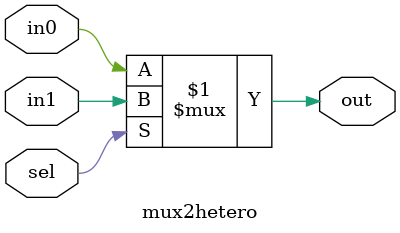
<source format=v>
module mux2hetero #(
    parameter data_width_in0out = 1,
    parameter data_width_in1 = 1
)(
    input [data_width_in0out-1 : 0] in0,
    input [data_width_in1-1 : 0] in1,
    input sel,
    output [data_width_in0out-1 : 0] out
);

assign out = sel ? in1 : in0;

endmodule

</source>
